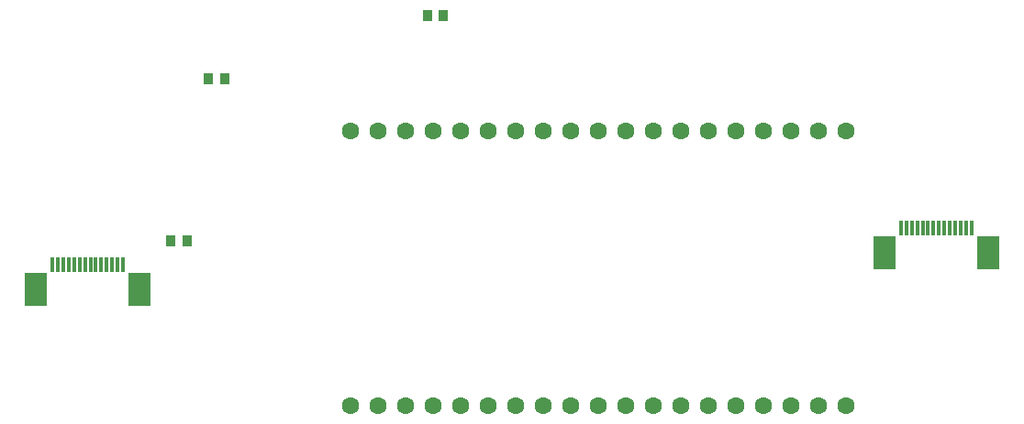
<source format=gts>
G04 Layer: TopSolderMaskLayer*
G04 EasyEDA Pro v2.2.40.8, 2025-09-20 19:13:23*
G04 Gerber Generator version 0.3*
G04 Scale: 100 percent, Rotated: No, Reflected: No*
G04 Dimensions in millimeters*
G04 Leading zeros omitted, absolute positions, 4 integers and 5 decimals*
G04 Generated by one-click*
%FSLAX45Y45*%
%MOMM*%
%AMRoundRect*1,1,$1,$2,$3*1,1,$1,$4,$5*1,1,$1,0-$2,0-$3*1,1,$1,0-$4,0-$5*20,1,$1,$2,$3,$4,$5,0*20,1,$1,$4,$5,0-$2,0-$3,0*20,1,$1,0-$2,0-$3,0-$4,0-$5,0*20,1,$1,0-$4,0-$5,$2,$3,0*4,1,4,$2,$3,$4,$5,0-$2,0-$3,0-$4,0-$5,$2,$3,0*%
%ADD10RoundRect,0.09131X-0.40514X0.45514X0.40514X0.45514*%
%ADD11RoundRect,0.09691X-1.00234X1.50234X1.00234X1.50234*%
%ADD12RoundRect,0.08109X-0.16026X0.63526X0.16026X0.63526*%
%ADD13RoundRect,0.09138X-0.40835X0.43711X0.40835X0.43711*%
%ADD14C,1.6*%
%ADD15C,0.8250*%
G75*


G04 Pad Start*
G54D10*
G01X3787999Y6330D03*
G01X3928003Y6330D03*
G54D11*
G01X1126696Y-2526561D03*
G54D12*
G01X322710Y-2294049D03*
G01X372697Y-2294049D03*
G01X422709Y-2294049D03*
G01X472697Y-2294049D03*
G01X522709Y-2294049D03*
G01X572696Y-2294049D03*
G01X622709Y-2294049D03*
G01X672696Y-2294049D03*
G01X722709Y-2294049D03*
G01X772696Y-2294049D03*
G01X822709Y-2294049D03*
G01X872696Y-2294049D03*
G01X922708Y-2294049D03*
G01X972696Y-2294049D03*
G54D11*
G01X168709Y-2526561D03*
G01X8955992Y-2186727D03*
G54D12*
G01X8152006Y-1954215D03*
G01X8201993Y-1954215D03*
G01X8252005Y-1954215D03*
G01X8301993Y-1954215D03*
G01X8352005Y-1954215D03*
G01X8401992Y-1954215D03*
G01X8452005Y-1954215D03*
G01X8501992Y-1954215D03*
G01X8552005Y-1954215D03*
G01X8601992Y-1954215D03*
G01X8652005Y-1954215D03*
G01X8701992Y-1954215D03*
G01X8752004Y-1954215D03*
G01X8801992Y-1954215D03*
G54D11*
G01X7998005Y-2186727D03*
G54D13*
G01X1566860Y-2070471D03*
G01X1416187Y-2070471D03*
G01X1909117Y-573679D03*
G01X1758445Y-573679D03*
G54D14*
G01X3070606Y-3594468D03*
G01X3324606Y-3594468D03*
G01X3578606Y-3594468D03*
G01X3832606Y-3594468D03*
G01X4086606Y-3594468D03*
G01X4340606Y-3594468D03*
G01X4594606Y-3594468D03*
G01X4848606Y-3594468D03*
G01X5102606Y-3594468D03*
G01X5356606Y-3594468D03*
G01X5610606Y-3594468D03*
G01X5864606Y-3594468D03*
G01X6118606Y-3594468D03*
G01X6372606Y-3594468D03*
G01X6626606Y-3594468D03*
G01X6880606Y-3594468D03*
G01X7134606Y-3594468D03*
G01X7388606Y-3594468D03*
G01X7642606Y-3594468D03*
G01X3070606Y-1054468D03*
G01X3324606Y-1054468D03*
G01X3578606Y-1054468D03*
G01X3832606Y-1054468D03*
G01X4086606Y-1054468D03*
G01X4340606Y-1054468D03*
G01X4594606Y-1054468D03*
G01X4848606Y-1054468D03*
G01X5102606Y-1054468D03*
G01X5356606Y-1054468D03*
G01X5610606Y-1054468D03*
G01X5864606Y-1054468D03*
G01X6118606Y-1054468D03*
G01X6372606Y-1054468D03*
G01X6626606Y-1054468D03*
G01X6880606Y-1054468D03*
G01X7134606Y-1054468D03*
G01X7388606Y-1054468D03*
G01X7642606Y-1054468D03*
G04 Pad End*

M02*


</source>
